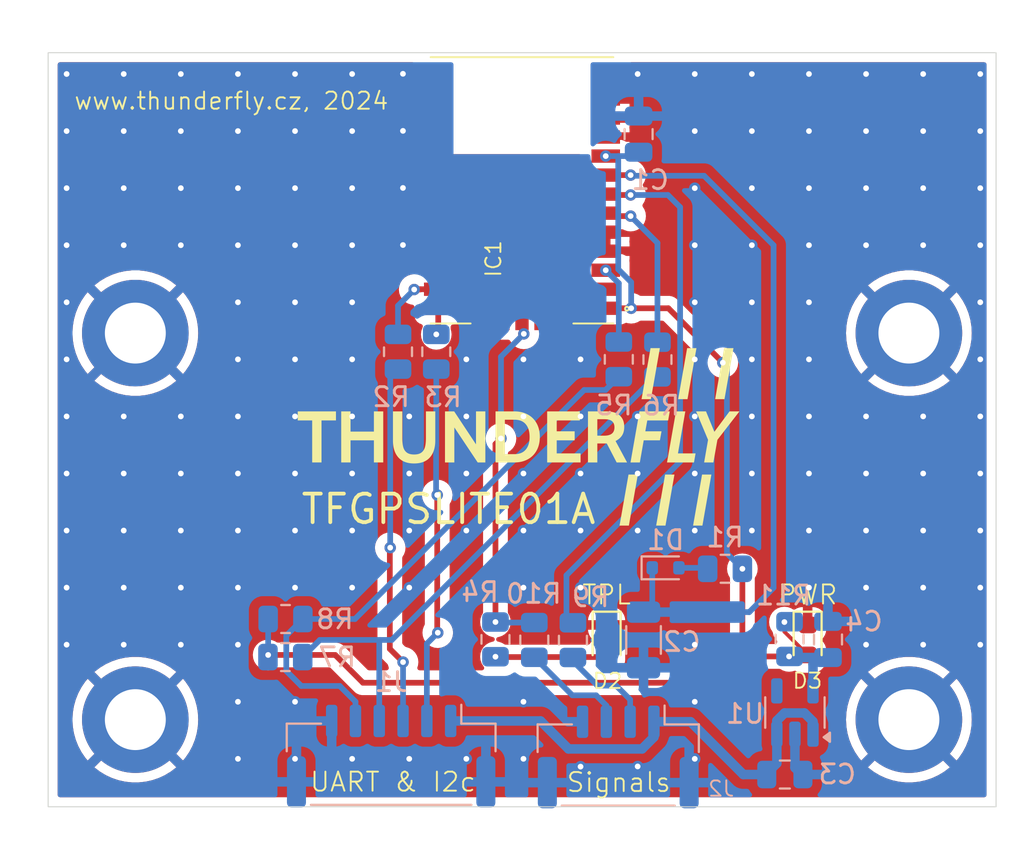
<source format=kicad_pcb>
(kicad_pcb (version 20240108) (generator "pcbnew") (generator_version "8.0")
  (layers (0 "F.Cu" signal) (1 "In1.Cu" signal) (2 "In2.Cu" signal) (31 "B.Cu" signal) (34 "B.Paste" user) (35 "F.Paste" user) (36 "B.SilkS" user "B.Silkscreen") (37 "F.SilkS" user "F.Silkscreen") (38 "B.Mask" user) (39 "F.Mask" user) (44 "Edge.Cuts" user))
  (net 0 "")
  (net 1 "+3V3")
  (net 2 "GND")
  (net 3 "Net-(D1-K)")
  (net 4 "+5V")
  (net 5 "Net-(D1-A)")
  (net 6 "Net-(D2-A)")
  (net 7 "Net-(D3-A)")
  (net 8 "/I2C2.SCL")
  (net 10 "/I2C2.SDA")
  (net 12 "/RF")
  (net 15 "/L_UBX_TX")
  (net 17 "/L_UBX_RX")
  (net 19 "/TPL")
  (net 20 "/EXTINT")
  (net 21 "/TX")
  (net 22 "/RX")
  (net 23 "Net-(J2-Pad2)")
  (net 24 "Net-(J2-Pad3)")
  (net 26 "Net-(IC1-SCL_{slash}_SPI_CLK)")
  (net 27 "Net-(IC1-SDA_{slash}_SPI_CS_N)")
  (footprint "MountingHole:MountingHole_3.2mm_M3_DIN965_Pad" (layer "F.Cu") (at 156.34 99.84)
    (property "Reference" "M4" (hide yes))
    (property "Value" "HOLE")
  )
  (footprint "LED_SMD:LED_0603_1608Metric" (layer "F.Cu") (at 151.02 115.97 -90)
    (property "Reference" "D3")
    (property "Value" "GREEN")
  )
  (footprint "Mlab_IO:CAM-M8Q" (layer "F.Cu") (at 136.0135 98.935 90)
    (property "Reference" "IC1")
    (property "Value" "CAM-M8Q" (hide yes))
  )
  (footprint "MountingHole:MountingHole_3.2mm_M3_DIN965_Pad" (layer "F.Cu") (at 115.7 99.84)
    (property "Reference" "M1" (hide yes))
    (property "Value" "HOLE")
  )
  (footprint "MountingHole:MountingHole_3.2mm_M3_DIN965_Pad" (layer "F.Cu") (at 115.7 120.16)
    (property "Reference" "M3" (hide yes))
    (property "Value" "HOLE")
  )
  (footprint "LED_SMD:LED_0603_1608Metric" (layer "F.Cu") (at 140.46 115.97 -90)
    (property "Reference" "D2")
    (property "Value" "RED")
  )
  (footprint "MountingHole:MountingHole_3.2mm_M3_DIN965_Pad" (layer "F.Cu") (at 156.34 120.16)
    (property "Reference" "M2" (hide yes))
    (property "Value" "HOLE")
  )
  (footprint "Resistor_SMD:R_0805_2012Metric" (layer "B.Cu") (at 129.5 100.82 -90)
    (property "Reference" "R2")
    (property "Value" "220R")
  )
  (footprint "Resistor_SMD:R_0805_2012Metric" (layer "B.Cu") (at 138.69 115.98 90)
    (property "Reference" "R9")
    (property "Value" "220R")
  )
  (footprint "Resistor_SMD:R_0805_2012Metric" (layer "B.Cu") (at 143.13 101.23 90)
    (property "Reference" "R6")
    (property "Value" "220R")
  )
  (footprint "Resistor_SMD:R_0805_2012Metric" (layer "B.Cu") (at 141.1 101.22 90)
    (property "Reference" "R5")
    (property "Value" "220R")
  )
  (footprint "Resistor_SMD:R_0805_2012Metric" (layer "B.Cu") (at 131.51 100.82 -90)
    (property "Reference" "R3")
    (property "Value" "220R")
  )
  (footprint "Resistor_SMD:R_0805_2012Metric" (layer "B.Cu") (at 146.68 112.23 180)
    (property "Reference" "R1")
    (property "Value" "R_Small")
  )
  (footprint "Package_TO_SOT_SMD:SOT-23-5" (layer "B.Cu") (at 150.3525 119.785 90)
    (property "Reference" "U1")
    (property "Value" "MIC5504-3.3YM5")
  )
  (footprint "Capacitor_SMD:C_0805_2012Metric" (layer "B.Cu") (at 142.14 89.38 90)
    (property "Reference" "C1")
    (property "Value" "1u")
  )
  (footprint "Resistor_SMD:R_0805_2012Metric" (layer "B.Cu") (at 136.66 115.97 90)
    (property "Reference" "R10")
    (property "Value" "220R")
  )
  (footprint "Resistor_SMD:R_0805_2012Metric" (layer "B.Cu") (at 123.58 116.87)
    (property "Reference" "R7")
    (property "Value" "R_Small")
  )
  (footprint "Resistor_SMD:R_0805_2012Metric" (layer "B.Cu") (at 134.62 115.94 -90)
    (property "Reference" "R4")
    (property "Value" "1k")
  )
  (footprint "Capacitor_SMD:C_0805_2012Metric" (layer "B.Cu") (at 152.09 115.945 90)
    (property "Reference" "C4")
    (property "Value" "100n")
  )
  (footprint "Diode_SMD:D_SOD-523" (layer "B.Cu") (at 143.5575 112.18)
    (property "Reference" "D1")
    (property "Value" "BZX585-B5V6.115")
  )
  (footprint "Capacitor_SMD:C_0805_2012Metric" (layer "B.Cu") (at 149.8225 123.045)
    (property "Reference" "C3")
    (property "Value" "100n")
  )
  (footprint "Connector_JST:JST_GH_SM06B-GHS-TB_1x06-1MP_P1.25mm_Horizontal" (layer "B.Cu") (at 129.14 122.08 180)
    (property "Reference" "J1")
    (property "Value" "SM06B-GHS-TB")
  )
  (footprint "Resistor_SMD:R_0805_2012Metric" (layer "B.Cu") (at 123.59 114.87)
    (property "Reference" "R8")
    (property "Value" "R_Small")
  )
  (footprint "Connector_JST:JST_GH_SM04B-GHS-TB_1x04-1MP_P1.25mm_Horizontal" (layer "B.Cu") (at 141.07 122.12 180)
    (property "Reference" "J2")
    (property "Value" "SM04B-GHS-TB")
  )
  (footprint "Resistor_SMD:R_1206_3216Metric" (layer "B.Cu") (at 142.4 115.97 -90)
    (property "Reference" "C2")
    (property "Value" "C")
  )
  (footprint "Resistor_SMD:R_0805_2012Metric" (layer "B.Cu") (at 150.07 115.925 90)
    (property "Reference" "R11")
    (property "Value" "1k")
  )
  (gr_poly (pts (xy 126.240428 104.43133) (xy 125.481377 104.43133) (xy 125.481377 106.639387) (xy 124.990684 106.639387) (xy 124.990684 104.43133) (xy 124.231662 104.43133) (xy 124.231662 103.955956) (xy 126.240428 103.955956)) (stroke (width -0.000001)) (fill solid) (layer "F.SilkS"))
  (gr_poly (pts (xy 140.513954 103.956758) (xy 140.565475 103.959164) (xy 140.615578 103.963173) (xy 140.664263 103.968786) (xy 140.711531 103.976002) (xy 140.757378 103.984821) (xy 140.801807 103.995242) (xy 140.844814 104.007267) (xy 140.8864 104.020894) (xy 140.926564 104.036123) (xy 140.965305 104.052953) (xy 141.002623 104.071386) (xy 141.038516 104.09142) (xy 141.072985 104.113056) (xy 141.106028 104.136293) (xy 141.137644 104.16113) (xy 141.167595 104.187528) (xy 141.195612 104.215469) (xy 141.221697 104.244955) (xy 141.245848 104.275985) (xy 141.268067 104.308558) (xy 141.288353 104.342675) (xy 141.306706 104.378335) (xy 141.323127 104.415538) (xy 141.337616 104.454284) (xy 141.350173 104.494572) (xy 141.360797 104.536402) (xy 141.36949 104.579774) (xy 141.37625 104.624688) (xy 141.381079 104.671143) (xy 141.383976 104.71914) (xy 141.384942 104.768677) (xy 141.384477 104.803265) (xy 141.383081 104.837058) (xy 141.380755 104.870056) (xy 141.377499 104.902261) (xy 141.373314 104.933671) (xy 141.3682 104.964287) (xy 141.362157 104.99411) (xy 141.355186 105.023138) (xy 141.347288 105.051372) (xy 141.338462 105.078813) (xy 141.328709 105.105459) (xy 141.31803 105.131312) (xy 141.306425 105.156371) (xy 141.293894 105.180637) (xy 141.280437 105.204109) (xy 141.266056 105.226788) (xy 141.250799 105.248784) (xy 141.234766 105.270228) (xy 141.217957 105.291119) (xy 141.200371 105.311457) (xy 141.18201 105.331243) (xy 141.162871 105.350474) (xy 141.142956 105.369153) (xy 141.122264 105.387278) (xy 141.100795 105.404848) (xy 141.078548 105.421865) (xy 141.055524 105.438328) (xy 141.031722 105.454236) (xy 141.007141 105.469589) (xy 140.981783 105.484387) (xy 140.955646 105.498631) (xy 140.92873 105.512319) (xy 141.534449 106.639387) (xy 140.986163 106.639387) (xy 140.468637 105.642684) (xy 139.970374 105.642684) (xy 139.970374 106.639387) (xy 139.479659 106.639387) (xy 139.479659 105.232524) (xy 139.970376 105.232524) (xy 140.330631 105.232524) (xy 140.396094 105.230816) (xy 140.457331 105.225693) (xy 140.514344 105.217154) (xy 140.567132 105.205201) (xy 140.591942 105.197944) (xy 140.615696 105.189834) (xy 140.638394 105.18087) (xy 140.660036 105.171052) (xy 140.680622 105.160382) (xy 140.700152 105.148857) (xy 140.718626 105.13648) (xy 140.736044 105.123249) (xy 140.752406 105.109165) (xy 140.767713 105.094228) (xy 140.781964 105.078437) (xy 140.795159 105.061794) (xy 140.807298 105.044297) (xy 140.818381 105.025947) (xy 140.828409 105.006745) (xy 140.837381 104.986689) (xy 140.845298 104.965781) (xy 140.852159 104.94402) (xy 140.857964 104.921406) (xy 140.862714 104.897939) (xy 140.866408 104.873619) (xy 140.869046 104.848447) (xy 140.87063 104.822422) (xy 140.871157 104.795545) (xy 140.870678 104.769586) (xy 140.869239 104.74442) (xy 140.866842 104.720047) (xy 140.863487 104.696468) (xy 140.859173 104.673681) (xy 140.853901 104.651688) (xy 140.847671 104.630489) (xy 140.840484 104.610083) (xy 140.832339 104.590471) (xy 140.823237 104.571654) (xy 140.813178 104.55363) (xy 140.802162 104.5364) (xy 140.79019 104.519965) (xy 140.777261 104.504325) (xy 140.763376 104.489479) (xy 140.748535 104.475428) (xy 140.732602 104.462196) (xy 140.715471 104.449819) (xy 140.697142 104.438294) (xy 140.677614 104.427623) (xy 140.656887 104.417806) (xy 140.634962 104.408841) (xy 140.611839 104.400731) (xy 140.587517 104.393474) (xy 140.561998 104.38707) (xy 140.53528 104.381521) (xy 140.507365 104.376824) (xy 140.478252 104.372982) (xy 140.447942 104.369994) (xy 140.416434 104.367859) (xy 140.383728 104.366578) (xy 140.349825 104.366151) (xy 139.970376 104.366151) (xy 139.970376 105.232524) (xy 139.479659 105.232524) (xy 139.479659 103.955956) (xy 140.461018 103.955956)) (stroke (width -0.000001)) (fill solid) (layer "F.SilkS"))
  (gr_poly (pts (xy 143.692603 104.43133) (xy 142.596171 104.43133) (xy 142.492736 105.002527) (xy 143.34378 105.002527) (xy 143.259396 105.477867) (xy 142.408351 105.477867) (xy 142.205223 106.639387) (xy 141.714507 106.639387) (xy 142.186102 103.955956) (xy 143.776917 103.955956)) (stroke (width -0.000001)) (fill solid) (layer "F.SilkS"))
  (gr_poly (pts (xy 139.053366 104.43133) (xy 137.838186 104.43133) (xy 137.838186 105.002527) (xy 138.781231 105.002527) (xy 138.781231 105.477867) (xy 137.838186 105.477867) (xy 137.838186 106.164076) (xy 139.091818 106.164076) (xy 139.091818 106.639387) (xy 137.336041 106.639387) (xy 137.336041 103.955956) (xy 139.053366 103.955956)) (stroke (width -0.000001)) (fill solid) (layer "F.SilkS"))
  (gr_poly (pts (xy 133.597445 105.688708) (xy 133.597445 103.955956) (xy 134.088088 103.955956) (xy 134.088088 106.639387) (xy 133.685569 106.639387) (xy 132.45889 104.799404) (xy 132.45889 106.639387) (xy 131.968247 106.639387) (xy 131.968247 103.955956) (xy 132.4512 103.955956)) (stroke (width -0.000001)) (fill solid) (layer "F.SilkS"))
  (gr_poly (pts (xy 146.118583 105.029317) (xy 146.916001 103.955956) (xy 147.437336 103.955956) (xy 146.279659 105.451077) (xy 146.068699 106.639387) (xy 145.581938 106.639387) (xy 145.788947 105.451077) (xy 145.788949 105.451077) (xy 145.160227 103.955956) (xy 145.681632 103.955956)) (stroke (width -0.000001)) (fill solid) (layer "F.SilkS"))
  (gr_poly (pts (xy 145.492547 109.959386) (xy 145.001904 109.959386) (xy 145.473426 107.275932) (xy 145.96414 107.275932)) (stroke (width -0.000001)) (fill solid) (layer "F.SilkS"))
  (gr_poly (pts (xy 143.551705 109.959386) (xy 143.061061 109.959386) (xy 143.532585 107.275932) (xy 144.0233 107.275932)) (stroke (width -0.000001)) (fill solid) (layer "F.SilkS"))
  (gr_poly (pts (xy 135.675064 103.956585) (xy 135.722013 103.958473) (xy 135.768317 103.961619) (xy 135.813978 103.966023) (xy 135.858995 103.971686) (xy 135.903369 103.978607) (xy 135.947099 103.986787) (xy 135.990187 103.996225) (xy 136.032633 104.006922) (xy 136.074436 104.018877) (xy 136.115597 104.03209) (xy 136.156117 104.046562) (xy 136.195996 104.062292) (xy 136.235234 104.079281) (xy 136.273831 104.097528) (xy 136.311788 104.117034) (xy 136.348882 104.13771) (xy 136.384942 104.159496) (xy 136.419969 104.182392) (xy 136.453963 104.206396) (xy 136.486924 104.231509) (xy 136.518851 104.257731) (xy 136.549746 104.285061) (xy 136.579608 104.313499) (xy 136.608437 104.343044) (xy 136.636234 104.373697) (xy 136.662998 104.405457) (xy 136.68873 104.438323) (xy 136.713429 104.472296) (xy 136.737097 104.507376) (xy 136.759732 104.543561) (xy 136.781335 104.580851) (xy 136.801763 104.619148) (xy 136.820874 104.65831) (xy 136.838666 104.69834) (xy 136.855141 104.739236) (xy 136.870298 104.781) (xy 136.884136 104.823631) (xy 136.896657 104.867129) (xy 136.90786 104.911496) (xy 136.917744 104.95673) (xy 136.926311 105.002834) (xy 136.93356 105.049805) (xy 136.939491 105.097646) (xy 136.944104 105.146356) (xy 136.947399 105.195935) (xy 136.949376 105.246384) (xy 136.950035 105.297703) (xy 136.949376 105.349009) (xy 136.947399 105.39945) (xy 136.944104 105.449026) (xy 136.939491 105.497735) (xy 136.93356 105.545577) (xy 136.926311 105.592553) (xy 136.917744 105.638662) (xy 136.90786 105.683903) (xy 136.896657 105.728276) (xy 136.884136 105.771781) (xy 136.870298 105.814417) (xy 136.855141 105.856185) (xy 136.838666 105.897084) (xy 136.820874 105.937113) (xy 136.801763 105.976272) (xy 136.781335 106.014561) (xy 136.759732 106.051869) (xy 136.737097 106.088067) (xy 136.71343 106.123155) (xy 136.688731 106.157133) (xy 136.662999 106.190001) (xy 136.636235 106.22176) (xy 136.608438 106.25241) (xy 136.579609 106.281951) (xy 136.549747 106.310383) (xy 136.518852 106.337706) (xy 136.486924 106.363921) (xy 136.453963 106.389028) (xy 136.419969 106.413027) (xy 136.384942 106.435919) (xy 136.348882 106.457703) (xy 136.311788 106.478379) (xy 136.273831 106.497887) (xy 136.235234 106.516135) (xy 136.195996 106.533122) (xy 136.156117 106.548849) (xy 136.115597 106.563316) (xy 136.074436 106.576523) (xy 136.032633 106.588471) (xy 135.990187 106.599161) (xy 135.947099 106.608591) (xy 135.903369 106.616763) (xy 135.858995 106.623677) (xy 135.813978 106.629333) (xy 135.768317 106.633732) (xy 135.722013 106.636874) (xy 135.675064 106.638758) (xy 135.62747 106.639387) (xy 134.623182 106.639387) (xy 134.623182 106.202387) (xy 135.113825 106.202387) (xy 135.62747 106.202387) (xy 135.674675 106.201452) (xy 135.720458 106.198646) (xy 135.764818 106.19397) (xy 135.807757 106.187422) (xy 135.849273 106.179003) (xy 135.889368 106.168711) (xy 135.92804 106.156547) (xy 135.96529 106.14251) (xy 136.001118 106.1266) (xy 136.035523 106.108816) (xy 136.068507 106.089159) (xy 136.100068 106.067626) (xy 136.130208 106.044219) (xy 136.158925 106.018937) (xy 136.18622 105.991779) (xy 136.212094 105.962746) (xy 136.236457 105.932081) (xy 136.259252 105.899962) (xy 136.280476 105.866387) (xy 136.30013 105.831358) (xy 136.318214 105.794874) (xy 136.334726 105.756937) (xy 136.349668 105.717547) (xy 136.363038 105.676703) (xy 136.374836 105.634407) (xy 136.385062 105.590659) (xy 136.393716 105.54546) (xy 136.400797 105.498809) (xy 136.406305 105.450708) (xy 136.410239 105.401156) (xy 136.4126 105.350154) (xy 136.413387 105.297703) (xy 136.4126 105.245238) (xy 136.410239 105.194226) (xy 136.406305 105.144666) (xy 136.400797 105.096558) (xy 136.393716 105.049903) (xy 136.385062 105.0047) (xy 136.374836 104.96095) (xy 136.363038 104.918653) (xy 136.349668 104.877808) (xy 136.334726 104.838416) (xy 136.318214 104.800478) (xy 136.30013 104.763992) (xy 136.280476 104.72896) (xy 136.259252 104.695381) (xy 136.236457 104.663255) (xy 136.212094 104.632583) (xy 136.18622 104.603586) (xy 136.158925 104.576457) (xy 136.130208 104.551198) (xy 136.100068 104.527807) (xy 136.068507 104.506286) (xy 136.035523 104.486635) (xy 136.001118 104.468853) (xy 135.96529 104.452942) (xy 135.92804 104.438902) (xy 135.889368 104.426732) (xy 135.849273 104.416434) (xy 135.807757 104.408008) (xy 135.764818 104.401453) (xy 135.720458 104.396771) (xy 135.674675 104.393962) (xy 135.62747 104.393025) (xy 135.113825 104.393025) (xy 135.113825 106.202387) (xy 134.623182 106.202387) (xy 134.623182 103.955956) (xy 135.62747 103.955956)) (stroke (width -0.000001)) (fill solid) (layer "F.SilkS"))
  (gr_poly (pts (xy 142.786105 103.313899) (xy 142.295461 103.313899) (xy 142.766915 100.63046) (xy 143.257629 100.63046)) (stroke (width -0.000001)) (fill solid) (layer "F.SilkS"))
  (gr_poly (pts (xy 146.651702 103.313899) (xy 146.161059 103.313899) (xy 146.632511 100.63046) (xy 147.123297 100.63046)) (stroke (width -0.000001)) (fill solid) (layer "F.SilkS"))
  (gr_poly (pts (xy 141.628996 109.959386) (xy 141.138351 109.959386) (xy 141.609875 107.275932) (xy 142.10052 107.275932)) (stroke (width -0.000001)) (fill solid) (layer "F.SilkS"))
  (gr_poly (pts (xy 144.708462 103.313899) (xy 144.217747 103.313899) (xy 144.689341 100.63046) (xy 145.179986 100.63046)) (stroke (width -0.000001)) (fill solid) (layer "F.SilkS"))
  (gr_poly (pts (xy 129.724934 105.362882) (xy 129.725711 105.431383) (xy 129.728044 105.496944) (xy 129.731933 105.559565) (xy 129.737379 105.619246) (xy 129.744381 105.675987) (xy 129.75294 105.729789) (xy 129.763057 105.780652) (xy 129.774732 105.828577) (xy 129.781296 105.851509) (xy 129.788534 105.873794) (xy 129.796447 105.895432) (xy 129.805035 105.916424) (xy 129.814297 105.93677) (xy 129.824234 105.956471) (xy 129.834846 105.975526) (xy 129.846133 105.993936) (xy 129.858094 106.011703) (xy 129.870731 106.028825) (xy 129.884043 106.045303) (xy 129.89803 106.061138) (xy 129.912692 106.07633) (xy 129.928029 106.09088) (xy 129.944042 106.104788) (xy 129.96073 106.118053) (xy 129.978172 106.130579) (xy 129.996499 106.142297) (xy 130.01571 106.153209) (xy 130.035807 106.163313) (xy 130.056788 106.172611) (xy 130.078655 106.1811) (xy 130.101408 106.188782) (xy 130.125045 106.195656) (xy 130.149568 106.201722) (xy 130.174977 106.206979) (xy 130.201272 106.211429) (xy 130.228452 106.215069) (xy 130.256518 106.217901) (xy 130.285471 106.219924) (xy 130.315309 106.221138) (xy 130.346034 106.221543) (xy 130.37671 106.221138) (xy 130.406507 106.219924) (xy 130.435425 106.217901) (xy 130.463464 106.215069) (xy 130.490622 106.211429) (xy 130.5169 106.206979) (xy 130.542296 106.201722) (xy 130.566811 106.195656) (xy 130.590443 106.188782) (xy 130.613193 106.1811) (xy 130.63506 106.172611) (xy 130.656043 106.163313) (xy 130.676141 106.153209) (xy 130.695355 106.142297) (xy 130.713683 106.130579) (xy 130.731126 106.118053) (xy 130.747803 106.104788) (xy 130.763808 106.09088) (xy 130.779141 106.076331) (xy 130.793801 106.061138) (xy 130.807788 106.045303) (xy 130.821102 106.028825) (xy 130.833742 106.011703) (xy 130.845708 105.993937) (xy 130.856999 105.975526) (xy 130.867615 105.956471) (xy 130.877555 105.93677) (xy 130.886819 105.916424) (xy 130.895408 105.895432) (xy 130.903319 105.873794) (xy 130.910553 105.851509) (xy 130.91711 105.828577) (xy 130.928791 105.780653) (xy 130.938913 105.729789) (xy 130.947475 105.675987) (xy 130.954478 105.619246) (xy 130.959924 105.559565) (xy 130.963813 105.496945) (xy 130.966146 105.431384) (xy 130.966923 105.362882) (xy 130.966923 103.955956) (xy 131.457566 103.955956) (xy 131.457566 105.489388) (xy 131.456473 105.558872) (xy 131.453194 105.626455) (xy 131.44773 105.692137) (xy 131.440079 105.755918) (xy 131.430244 105.817798) (xy 131.418223 105.877777) (xy 131.404018 105.935854) (xy 131.387628 105.99203) (xy 131.369053 106.046305) (xy 131.348295 106.098679) (xy 131.325352 106.149151) (xy 131.300225 106.197722) (xy 131.272915 106.244391) (xy 131.243421 106.289159) (xy 131.211744 106.332025) (xy 131.177884 106.37299) (xy 131.141818 106.411743) (xy 131.103629 106.447996) (xy 131.063316 106.481748) (xy 131.02088 106.513001) (xy 130.976321 106.541754) (xy 130.929639 106.568007) (xy 130.880833 106.591759) (xy 130.829904 106.613012) (xy 130.776852 106.631764) (xy 130.721676 106.648017) (xy 130.664377 106.661769) (xy 130.604955 106.67302) (xy 130.54341 106.681772) (xy 130.479741 106.688023) (xy 130.413949 106.691773) (xy 130.346034 106.693024) (xy 130.278081 106.691773) (xy 130.212254 106.688023) (xy 130.148555 106.681772) (xy 130.086983 106.67302) (xy 130.027538 106.661769) (xy 129.97022 106.648017) (xy 129.91503 106.631764) (xy 129.861967 106.613012) (xy 129.811031 106.591759) (xy 129.762223 106.568007) (xy 129.715544 106.541754) (xy 129.670992 106.513001) (xy 129.628567 106.481748) (xy 129.588271 106.447996) (xy 129.550104 106.411743) (xy 129.514064 106.37299) (xy 129.480178 106.332025) (xy 129.44848 106.289159) (xy 129.418968 106.244391) (xy 129.391643 106.197722) (xy 129.366504 106.149151) (xy 129.343553 106.098679) (xy 129.322787 106.046305) (xy 129.304208 105.99203) (xy 129.287815 105.935854) (xy 129.273608 105.877777) (xy 129.261588 105.817798) (xy 129.251753 105.755918) (xy 129.244103 105.692137) (xy 129.23864 105.626455) (xy 129.235362 105.558872) (xy 129.234269 105.489388) (xy 129.234269 103.955956) (xy 129.724934 103.955956)) (stroke (width -0.000001)) (fill solid) (layer "F.SilkS"))
  (gr_poly (pts (xy 127.006259 105.017823) (xy 128.232902 105.017823) (xy 128.232902 103.955956) (xy 128.723651 103.955956) (xy 128.723651 106.639387) (xy 128.232902 106.639387) (xy 128.232902 105.477867) (xy 127.006259 105.477867) (xy 127.006259 106.639387) (xy 126.515623 106.639387) (xy 126.515623 103.955956) (xy 127.006259 103.955956)) (stroke (width -0.000001)) (fill solid) (layer "F.SilkS"))
  (gr_poly (pts (xy 144.207166 106.164076) (xy 145.133277 106.164076) (xy 145.048965 106.639387) (xy 143.632211 106.639387) (xy 144.103803 103.955956) (xy 144.594445 103.955956)) (stroke (width -0.000001)) (fill solid) (layer "F.SilkS"))
  (gr_rect (start 111.12 85.1) (end 160.92 124.74) (stroke (width 0.05)) (fill none) (layer "Edge.Cuts"))
  (gr_text "UART & I2c" (at 124.81 124.02 0) (layer "F.SilkS") (effects (font (size 1 1) (thickness 0.1)) (justify left bottom)))
  (gr_text "TPL" (at 140.46 114.18 0) (layer "F.SilkS") (effects (font (size 1 1) (thickness 0.1)) (justify bottom)))
  (gr_text "TFGPSLITE01A" (at 124.310428 109.97133 0) (layer "F.SilkS") (effects (font (size 1.5 1.5) (thickness 0.2)) (justify left bottom)))
  (gr_text "www.thunderfly.cz, 2024" (at 112.43 88.16 0) (layer "F.SilkS") (effects (font (size 0.9 0.9) (thickness 0.1)) (justify left bottom)))
  (gr_text "PWR\n" (at 151.02 114.18 0) (layer "F.SilkS") (effects (font (size 1 1) (thickness 0.1)) (justify bottom)))
  (gr_text "Signals" (at 138.29 124.04 0) (layer "F.SilkS") (effects (font (size 1 1) (thickness 0.1)) (justify left bottom)))
  (segment (start 150.045001 116.8375) (end 147.66 116.8375) (width 0.3) (layer "F.Cu") (net 1))
  (segment (start 147.5925 117.5875) (end 147.59 117.59) (width 0.3) (layer "F.Cu") (net 1))
  (segment (start 147.5925 116.77) (end 147.5925 117.5875) (width 0.3) (layer "F.Cu") (net 1))
  (segment (start 146.96 118.22) (end 147.59 117.59) (width 0.3) (layer "F.Cu") (net 1))
  (segment (start 141.765 98.52) (end 141.75 98.535) (width 0.3) (layer "F.Cu") (net 1))
  (segment (start 147.5925 112.23) (end 147.5925 116.77) (width 0.3) (layer "F.Cu") (net 1))
  (segment (start 126.2 116.76) (end 127.66 118.22) (width 0.3) (layer "F.Cu") (net 1))
  (segment (start 146.565 101.395) (end 143.705 98.535) (width 0.3) (layer "F.Cu") (net 1))
  (segment (start 147.66 116.8375) (end 147.5925 116.77) (width 0.3) (layer "F.Cu") (net 1))
  (segment (start 141.75 98.535) (end 140.4135 98.535) (width 0.3) (layer "F.Cu") (net 1))
  (segment (start 143.705 98.535) (end 141.75 98.535) (width 0.3) (layer "F.Cu") (net 1))
  (segment (start 127.66 118.22) (end 146.96 118.22) (width 0.3) (layer "F.Cu") (net 1))
  (segment (start 122.6775 116.76) (end 126.2 116.76) (width 0.3) (layer "F.Cu") (net 1))
  (via (at 150.045001 116.8375) (size 0.6) (drill 0.3) (layers "F.Cu" "B.Cu") (net 1))
  (via (at 140.4135 90.535) (size 0.6) (drill 0.3) (layers "F.Cu" "B.Cu") (net 1))
  (via (at 147.5925 112.23) (size 0.6) (drill 0.3) (layers "F.Cu" "B.Cu") (net 1))
  (via (at 146.565 101.395) (size 0.6) (drill 0.3) (layers "F.Cu" "B.Cu") (net 1))
  (via (at 122.6775 116.76) (size 0.6) (drill 0.3) (layers "F.Cu" "B.Cu") (net 1))
  (via (at 141.75 98.535) (size 0.6) (drill 0.3) (layers "F.Cu" "B.Cu") (net 1))
  (segment (start 122.6775 114.87) (end 122.6775 116.76) (width 0.3) (layer "B.Cu") (net 1))
  (segment (start 122.6675 116.77) (end 122.6775 116.76) (width 0.3) (layer "B.Cu") (net 1))
  (segment (start 141.75 97.164394) (end 141.07 96.484394) (width 0.3) (layer "B.Cu") (net 1))
  (segment (start 151.3025 117.245) (end 151.6525 116.895) (width 0.5) (layer "B.Cu") (net 1))
  (segment (start 142.14 90.33) (end 141.9 90.33) (width 0.3) (layer "B.Cu") (net 1))
  (segment (start 151.6525 116.895) (end 149.69 116.895) (width 0.5) (layer "B.Cu") (net 1))
  (segment (start 141.9 90.33) (end 141.64 90.59) (width 0.3) (layer "B.Cu") (net 1))
  (segment (start 146.78 101.61) (end 146.78 111.4175) (width 0.3) (layer "B.Cu") (net 1))
  (segment (start 122.6675 116.87) (end 122.6675 116.77) (width 0.3) (layer "B.Cu") (net 1))
  (segment (start 141.75 98.535) (end 141.75 97.164394) (width 0.3) (layer "B.Cu") (net 1))
  (segment (start 141.9 90.33) (end 141.695 90.535) (width 0.3) (layer "B.Cu") (net 1))
  (segment (start 141.695 90.535) (end 141.07 90.535) (width 0.3) (layer "B.Cu") (net 1))
  (segment (start 146.78 111.4175) (end 147.5925 112.23) (width 0.3) (layer "B.Cu") (net 1))
  (segment (start 140.4135 90.535) (end 141.07 90.535) (width 0.3) (layer "B.Cu") (net 1))
  (segment (start 149.69 116.895) (end 149.6325 116.8375) (width 0.5) (layer "B.Cu") (net 1))
  (segment (start 146.565 101.395) (end 146.78 101.61) (width 0.3) (layer "B.Cu") (net 1))
  (segment (start 141.07 96.484394) (end 141.07 90.535) (width 0.3) (layer "B.Cu") (net 1))
  (segment (start 151.3025 118.6475) (end 151.3025 117.245) (width 0.5) (layer "B.Cu") (net 1))
  (via (at 127.09 86.22) (size 0.6) (drill 0.3) (layers "F.Cu" "B.Cu") (net 2))
  (via (at 151.09 89.22) (size 0.6) (drill 0.3) (layers "F.Cu" "B.Cu") (net 2))
  (via (at 115.09 110.22) (size 0.6) (drill 0.3) (layers "F.Cu" "B.Cu") (net 2))
  (via (at 154.09 95.22) (size 0.6) (drill 0.3) (layers "F.Cu" "B.Cu") (net 2))
  (via (at 121.09 113.22) (size 0.6) (drill 0.3) (layers "F.Cu" "B.Cu") (net 2))
  (via (at 139.09 113.22) (size 0.6) (drill 0.3) (layers "F.Cu" "B.Cu") (net 2))
  (via (at 112.09 110.22) (size 0.6) (drill 0.3) (layers "F.Cu" "B.Cu") (net 2))
  (via (at 148.09 92.22) (size 0.6) (drill 0.3) (layers "F.Cu" "B.Cu") (net 2))
  (via (at 121.09 122.22) (size 0.6) (drill 0.3) (layers "F.Cu" "B.Cu") (net 2))
  (via (at 127.09 95.22) (size 0.6) (drill 0.3) (layers "F.Cu" "B.Cu") (net 2))
  (via (at 139.09 104.22) (size 0.6) (drill 0.3) (layers "F.Cu" "B.Cu") (net 2))
  (via (at 154.09 107.22) (size 0.6) (drill 0.3) (layers "F.Cu" "B.Cu") (net 2))
  (via (at 121.09 95.22) (size 0.6) (drill 0.3) (layers "F.Cu" "B.Cu") (net 2))
  (via (at 145.09 86.22) (size 0.6) (drill 0.3) (layers "F.Cu" "B.Cu") (net 2))
  (via (at 112.09 101.22) (size 0.6) (drill 0.3) (layers "F.Cu" "B.Cu") (net 2))
  (via (at 145.09 92.22) (size 0.6) (drill 0.3) (layers "F.Cu" "B.Cu") (net 2))
  (via (at 127.09 104.22) (size 0.6) (drill 0.3) (layers "F.Cu" "B.Cu") (net 2))
  (via (at 130.09 122.22) (size 0.6) (drill 0.3) (layers "F.Cu" "B.Cu") (net 2))
  (via (at 151.09 98.22) (size 0.6) (drill 0.3) (layers "F.Cu" "B.Cu") (net 2))
  (via (at 124.09 92.22) (size 0.6) (drill 0.3) (layers "F.Cu" "B.Cu") (net 2))
  (via (at 127.09 89.22) (size 0.6) (drill 0.3) (layers "F.Cu" "B.Cu") (net 2))
  (via (at 121.09 104.22) (size 0.6) (drill 0.3) (layers "F.Cu" "B.Cu") (net 2))
  (via (at 136.09 119.22) (size 0.6) (drill 0.3) (layers "F.Cu" "B.Cu") (net 2))
  (via (at 157.09 92.22) (size 0.6) (drill 0.3) (layers "F.Cu" "B.Cu") (net 2))
  (via (at 148.09 86.22) (size 0.6) (drill 0.3) (layers "F.Cu" "B.Cu") (net 2))
  (via (at 145.09 89.22) (size 0.6) (drill 0.3) (layers "F.Cu" "B.Cu") (net 2))
  (via (at 148.09 101.22) (size 0.6) (drill 0.3) (layers "F.Cu" "B.Cu") (net 2))
  (via (at 142.09 110.22) (size 0.6) (drill 0.3) (layers "F.Cu" "B.Cu") (net 2))
  (via (at 112.09 116.22) (size 0.6) (drill 0.3) (layers "F.Cu" "B.Cu") (net 2))
  (via (at 112.09 107.22) (size 0.6) (drill 0.3) (layers "F.Cu" "B.Cu") (net 2))
  (via (at 148.09 95.22) (size 0.6) (drill 0.3) (layers "F.Cu" "B.Cu") (net 2))
  (via (at 145.09 116.22) (size 0.6) (drill 0.3) (layers "F.Cu" "B.Cu") (net 2))
  (via (at 124.09 104.22) (size 0.6) (drill 0.3) (layers "F.Cu" "B.Cu") (net 2))
  (via (at 136.09 122.22) (size 0.6) (drill 0.3) (layers "F.Cu" "B.Cu") (net 2))
  (via (at 154.09 113.22) (size 0.6) (drill 0.3) (layers "F.Cu" "B.Cu") (net 2))
  (via (at 118.09 86.22) (size 0.6) (drill 0.3) (layers "F.Cu" "B.Cu") (net 2))
  (via (at 136.09 101.22) (size 0.6) (drill 0.3) (layers "F.Cu" "B.Cu") (net 2))
  (via (at 154.09 116.22) (size 0.6) (drill 0.3) (layers "F.Cu" "B.Cu") (net 2))
  (via (at 160.09 110.22) (size 0.6) (drill 0.3) (layers "F.Cu" "B.Cu") (net 2))
  (via (at 136.09 107.22) (size 0.6) (drill 0.3) (layers "F.Cu" "B.Cu") (net 2))
  (via (at 127.09 101.22) (size 0.6) (drill 0.3) (layers "F.Cu" "B.Cu") (net 2))
  (via (at 145.09 104.22) (size 0.6) (drill 0.3) (layers "F.Cu" "B.Cu") (net 2))
  (via (at 148.09 110.22) (size 0.6) (drill 0.3) (layers "F.Cu" "B.Cu") (net 2))
  (via (at 142.09 104.22) (size 0.6) (drill 0.3) (layers "F.Cu" "B.Cu") (net 2))
  (via (at 151.09 86.22) (size 0.6) (drill 0.3) (layers "F.Cu" "B.Cu") (net 2))
  (via (at 148.09 104.22) (size 0.6) (drill 0.3) (layers "F.Cu" "B.Cu") (net 2))
  (via (at 139.09 110.22) (size 0.6) (drill 0.3) (layers "F.Cu" "B.Cu") (net 2))
  (via (at 157.09 113.22) (size 0.6) (drill 0.3) (layers "F.Cu" "B.Cu") (net 2))
  (via (at 160.09 86.22) (size 0.6) (drill 0.3) (layers "F.Cu" "B.Cu") (net 2))
  (via (at 127.09 122.22) (size 0.6) (drill 0.3) (layers "F.Cu" "B.Cu") (net 2))
  (via (at 118.09 113.22) (size 0.6) (drill 0.3) (layers "F.Cu" "B.Cu") (net 2))
  (via (at 124.09 113.22) (size 0.6) (drill 0.3) (layers "F.Cu" "B.Cu") (net 2))
  (via (at 136.09 104.22) (size 0.6) (drill 0.3) (layers "F.Cu" "B.Cu") (net 2))
  (via (at 118.09 95.22) (size 0.6) (drill 0.3) (layers "F.Cu" "B.Cu") (net 2))
  (via (at 124.09 95.22) (size 0.6) (drill 0.3) (layers "F.Cu" "B.Cu") (net 2))
  (via (at 157.09 86.22) (size 0.6) (drill 0.3) (layers "F.Cu" "B.Cu") (net 2))
  (via (at 129.76 89.21) (size 0.6) (drill 0.3) (layers "F.Cu" "B.Cu") (net 2))
  (via (at 121.09 92.22) (size 0.6) (drill 0.3) (layers "F.Cu" "B.Cu") (net 2))
  (via (at 160.09 89.22) (size 0.6) (drill 0.3) (layers "F.Cu" "B.Cu") (net 2))
  (via (at 133.09 107.22) (size 0.6) (drill 0.3) (layers "F.Cu" "B.Cu") (net 2))
  (via (at 124.09 110.22) (size 0.6) (drill 0.3) (layers "F.Cu" "B.Cu") (net 2))
  (via (at 112.09 104.22) (size 0.6) (drill 0.3) (layers "F.Cu" "B.Cu") (net 2))
  (via (at 139.09 122.63) (size 0.6) (drill 0.3) (layers "F.Cu" "B.Cu") (net 2))
  (via (at 121.09 107.22) (size 0.6) (drill 0.3) (layers "F.Cu" "B.Cu") (net 2))
  (via (at 124.09 89.22) (size 0.6) (drill 0.3) (layers "F.Cu" "B.Cu") (net 2))
  (via (at 121.09 98.22) (size 0.6) (drill 0.3) (layers "F.Cu" "B.Cu") (net 2))
  (via (at 136.09 110.22) (size 0.6) (drill 0.3) (layers "F.Cu" "B.Cu") (net 2))
  (via (at 151.09 113.22) (size 0.6) (drill 0.3) (layers "F.Cu" "B.Cu") (net 2))
  (via (at 115.09 92.22) (size 0.6) (drill 0.3) (layers "F.Cu" "B.Cu") (net 2))
  (via (at 148.09 107.22) (size 0.6) (drill 0.3) (layers "F.Cu" "B.Cu") (net 2))
  (via (at 118.09 89.22) (size 0.6) (drill 0.3) (layers "F.Cu" "B.Cu") (net 2))
  (via (at 151.09 104.22) (size 0.6) (drill 0.3) (layers "F.Cu" "B.Cu") (net 2))
  (via (at 160.09 113.22) (size 0.6) (drill 0.3) (layers "F.Cu" "B.Cu") (net 2))
  (via (at 118.09 92.22) (size 0.6) (drill 0.3) (layers "F.Cu" "B.Cu") (net 2))
  (via (at 145.09 95.22) (size 0.6) (drill 0.3) (layers "F.Cu" "B.Cu") (net 2))
  (via (at 151.09 107.22) (size 0.6) (drill 0.3) (layers "F.Cu" "B.Cu") (net 2))
  (via (at 130.09 110.22) (size 0.6) (drill 0.3) (layers "F.Cu" "B.Cu") (net 2))
  (via (at 127.09 92.22) (size 0.6) (drill 0.3) (layers "F.Cu" "B.Cu") (net 2))
  (via (at 118.09 116.22) (size 0.6) (drill 0.3) (layers "F.Cu" "B.Cu") (net 2))
  (via (at 112.09 89.22) (size 0.6) (drill 0.3) (layers "F.Cu" "B.Cu") (net 2))
  (via (at 157.09 110.22) (size 0.6) (drill 0.3) (layers "F.Cu" "B.Cu") (net 2))
  (via (at 121.09 89.22) (size 0.6) (drill 0.3) (layers "F.Cu" "B.Cu") (net 2))
  (via (at 139.09 107.22) (size 0.6) (drill 0.3) (layers "F.Cu" "B.Cu") (net 2))
  (via (at 142.09 86.22) (size 0.6) (drill 0.3) (layers "F.Cu" "B.Cu") (net 2))
  (via (at 157.09 107.22) (size 0.6) (drill 0.3) (layers "F.Cu" "B.Cu") (net 2))
  (via (at 157.09 104.22) (size 0.6) (drill 0.3) (layers "F.Cu" "B.Cu") (net 2))
  (via (at 121.09 86.22) (size 0.6) (drill 0.3) (layers "F.Cu" "B.Cu") (net 2))
  (via (at 124.09 101.22) (size 0.6) (drill 0.3) (layers "F.Cu" "B.Cu") (net 2))
  (via (at 115.09 89.22) (size 0.6) (drill 0.3) (layers "F.Cu" "B.Cu") (net 2))
  (via (at 133.09 101.22) (size 0.6) (drill 0.3) (layers "F.Cu" "B.Cu") (net 2))
  (via (at 127.09 113.22) (size 0.6) (drill 0.3) (layers "F.Cu" "B.Cu") (net 2))
  (via (at 148.09 89.22) (size 0.6) (drill 0.3) (layers "F.Cu" "B.Cu") (net 2))
  (via (at 115.09 116.22) (size 0.6) (drill 0.3) (layers "F.Cu" "B.Cu") (net 2))
  (via (at 154.09 110.22) (size 0.6) (drill 0.3) (layers "F.Cu" "B.Cu") (net 2))
  (via (at 160.09 116.22) (size 0.6) (drill 0.3) (layers "F.Cu" "B.Cu") (net 2))
  (via (at 133.09 104.22) (size 0.6) (drill 0.3) (layers "F.Cu" "B.Cu") (net 2))
  (via (at 160.09 101.22) (size 0.6) (drill 0.3) (layers "F.Cu" "B.Cu") (net 2))
  (via (at 136.09 113.22) (size 0.6) (drill 0.3) (layers "F.Cu" "B.Cu") (net 2))
  (via (at 133.09 110.22) (size 0.6) (drill 0.3) (layers "F.Cu" "B.Cu") (net 2))
  (via (at 127.09 107.22) (size 0.6) (drill 0.3) (layers "F.Cu" "B.Cu") (net 2))
  (via (at 151.09 101.22) (size 0.6) (drill 0.3) (layers "F.Cu" "B.Cu") (net 2))
  (via (at 154.09 92.22) (size 0.6) (drill 0.3) (layers "F.Cu" "B.Cu") (net 2))
  (via (at 124.09 86.22) (size 0.6) (drill 0.3) (layers "F.Cu" "B.Cu") (net 2))
  (via (at 112.09 95.22) (size 0.6) (drill 0.3) (layers "F.Cu" "B.Cu") (net 2))
  (via (at 154.09 89.22) (size 0.6) (drill 0.3) (layers "F.Cu" "B.Cu") (net 2))
  (via (at 112.09 98.22) (size 0.6) (drill 0.3) (layers "F.Cu" "B.Cu") (net 2))
  (via (at 115.09 107.22) (size 0.6) (drill 0.3) (layers "F.Cu" "B.Cu") (net 2))
  (via (at 121.09 101.22) (size 0.6) (drill 0.3) (layers "F.Cu" "B.Cu") (net 2))
  (via (at 129.76 86.21) (size 0.6) (drill 0.3) (layers "F.Cu" "B.Cu") (net 2))
  (via (at 118.09 107.22) (size 0.6) (drill 0.3) (layers "F.Cu" "B.Cu") (net 2))
  (via (at 151.09 110.22) (size 0.6) (drill 0.3) (layers "F.Cu" "B.Cu") (net 2))
  (via (at 151.09 92.22) (size 0.6) (drill 0.3) (layers "F.Cu" "B.Cu") (net 2))
  (via (at 118.09 104.22) (size 0.6) (drill 0.3) (layers "F.Cu" "B.Cu") (net 2))
  (via (at 157.09 95.22) (size 0.6) (drill 0.3) (layers "F.Cu" "B.Cu") (net 2))
  (via (at 129.76 95.21) (size 0.6) (drill 0.3) (layers "F.Cu" "B.Cu") (net 2))
  (via (at 112.09 92.22) (size 0.6) (drill 0.3) (layers "F.Cu" "B.Cu") (net 2))
  (via (at 145.09 119.22) (size 0.6) (drill 0.3) (layers "F.Cu" "B.Cu") (net 2))
  (via (at 130.09 113.22) (size 0.6) (drill 0.3) (layers "F.Cu" "B.Cu") (net 2))
  (via (at 148.09 98.22) (size 0.6) (drill 0.3) (layers "F.Cu" "B.Cu") (net 2))
  (via (at 127.09 110.22) (size 0.6) (drill 0.3) (layers "F.Cu" "B.Cu") (net 2))
  (via (at 121.09 116.22) (size 0.6) (drill 0.3) (layers "F.Cu" "B.Cu") (net 2))
  (via (at 160.09 95.22) (size 0.6) (drill 0.3) (layers "F.Cu" "B.Cu") (net 2))
  (via (at 154.09 104.22) (size 0.6) (drill 0.3) (layers "F.Cu" "B.Cu") (net 2))
  (via (at 112.09 113.22) (size 0.6) (drill 0.3) (layers "F.Cu" "B.Cu") (net 2))
  (via (at 124.09 122.22) (size 0.6) (drill 0.3) (layers "F.Cu" "B.Cu") (net 2))
  (via (at 115.09 86.22) (size 0.6) (drill 0.3) (layers "F.Cu" "B.Cu") (net 2))
  (via (at 124.09 107.22) (size 0.6) (drill 0.3) (layers "F.Cu" "B.Cu") (net 2))
  (via (at 121.09 110.22) (size 0.6) (drill 0.3) (layers "F.Cu" "B.Cu") (net 2))
  (via (at 133.09 122.22) (size 0.6) (drill 0.3) (layers "F.Cu" "B.Cu") (net 2))
  (via (at 160.09 92.22) (size 0.6) (drill 0.3) (layers "F.Cu" "B.Cu") (net 2))
  (via (at 115.09 95.22) (size 0.6) (drill 0.3) (layers "F.Cu" "B.Cu") (net 2))
  (via (at 154.09 86.22) (size 0.6) (drill 0.3) (layers "F.Cu" "B.Cu") (net 2))
  (via (at 127.09 98.22) (size 0.6) (drill 0.3) (layers "F.Cu" "B.Cu") (net 2))
  (via (at 145.09 107.22) (size 0.6) (drill 0.3) (layers "F.Cu" "B.Cu") (net 2))
  (via (at 121.09 119.22) (size 0.6) (drill 0.3) (layers "F.Cu" "B.Cu") (net 2))
  (via (at 124.09 98.22) (size 0.6) (drill 0.3) (layers "F.Cu" "B.Cu") (net 2))
  (via (at 124.09 119.22) (size 0.6) (drill 0.3) (layers "F.Cu" "B.Cu") (net 2))
  (via (at 145.09 122.22) (size 0.6) (drill 0.3) (layers "F.Cu" "B.Cu") (net 2))
  (via (at 145.09 110.22) (size 0.6) (drill 0.3) (layers "F.Cu" "B.Cu") (net 2))
  (via (at 160.09 98.22) (size 0.6) (drill 0.3) (layers "F.Cu" "B.Cu") (net 2))
  (via (at 139.09 101.22) (size 0.6) (drill 0.3) (layers "F.Cu" "B.Cu") (net 2))
  (via (at 151.09 95.22) (size 0.6) (drill 0.3) (layers "F.Cu" "B.Cu") (net 2))
  (via (at 115.09 113.22) (size 0.6) (drill 0.3) (layers "F.Cu" "B.Cu") (net 2))
  (via (at 130.09 107.22) (size 0.6) (drill 0.3) (layers "F.Cu" "B.Cu") (net 2))
  (via (at 157.09 89.22) (size 0.6) (drill 0.3) (layers "F.Cu" "B.Cu") (net 2))
  (via (at 118.09 110.22) (size 0.6) (drill 0.3) (layers "F.Cu" "B.Cu") (net 2))
  (via (at 160.09 107.22) (size 0.6) (drill 0.3) (layers "F.Cu" "B.Cu") (net 2))
  (via (at 130.09 104.22) (size 0.6) (drill 0.3) (layers "F.Cu" "B.Cu") (net 2))
  (via (at 145.09 98.22) (size 0.6) (drill 0.3) (layers "F.Cu" "B.Cu") (net 2))
  (via (at 129.76 92.21) (size 0.6) (drill 0.3) (layers "F.Cu" "B.Cu") (net 2))
  (via (at 145.09 101.22) (size 0.6) (drill 0.3) (layers "F.Cu" "B.Cu") (net 2))
  (via (at 142.09 122.62) (size 0.6) (drill 0.3) (layers "F.Cu" "B.Cu") (net 2))
  (via (at 112.09 86.22) (size 0.6) (drill 0.3) (layers "F.Cu" "B.Cu") (net 2))
  (via (at 142.09 107.22) (size 0.6) (drill 0.3) (layers "F.Cu" "B.Cu") (net 2))
  (via (at 160.09 104.22) (size 0.6) (drill 0.3) (layers "F.Cu" "B.Cu") (net 2))
  (via (at 157.09 116.22) (size 0.6) (drill 0.3) (layers "F.Cu" "B.Cu") (net 2))
  (via (at 115.09 104.22) (size 0.6) (drill 0.3) (layers "F.Cu" "B.Cu") (net 2))
  (segment (start 150.3525 120.9225) (end 150.3525 122.685) (width 0.5) (layer "B.Cu") (net 2))
  (segment (start 150.3525 122.685) (end 150.7125 123.045) (width 0.5) (layer "B.Cu") (net 2))
  (segment (start 141.72 91.535) (end 140.4135 91.535) (width 0.3) (layer "F.Cu") (net 3))
  (via (at 141.72 91.535) (size 0.6) (drill 0.3) (layers "F.Cu" "B.Cu") (net 3))
  (segment (start 149.23 113.23) (end 147.9525 114.5075) (width 0.3) (layer "B.Cu") (net 3))
  (segment (start 145.58 91.57) (end 149.23 95.22) (width 0.3) (layer "B.Cu") (net 3))
  (segment (start 149.23 95.22) (end 149.23 113.23) (width 0.3) (layer "B.Cu") (net 3))
  (segment (start 141.72 91.535) (end 141.755 91.57) (width 0.3) (layer "B.Cu") (net 3))
  (segment (start 142.8575 112.18) (end 142.8575 114.05) (width 0.3) (layer "B.Cu") (net 3))
  (segment (start 142.8575 114.05) (end 142.4 114.5075) (width 0.3) (layer "B.Cu") (net 3))
  (segment (start 141.755 91.57) (end 145.58 91.57) (width 0.3) (layer "B.Cu") (net 3))
  (segment (start 147.9525 114.5075) (end 142.4 114.5075) (width 0.3) (layer "B.Cu") (net 3))
  (segment (start 147.6425 123.045) (end 144.8675 120.27) (width 0.5) (layer "B.Cu") (net 4))
  (segment (start 149.4025 120.9225) (end 149.4025 122.455) (width 0.5) (layer "B.Cu") (net 4))
  (segment (start 149.8075 119.81) (end 149.4025 120.215) (width 0.5) (layer "B.Cu") (net 4))
  (segment (start 142.32 121.7) (end 142.945 121.075) (width 0.5) (layer "B.Cu") (net 4))
  (segment (start 148.8125 123.045) (end 147.6425 123.045) (width 0.5) (layer "B.Cu") (net 4))
  (segment (start 151.3025 120.260001) (end 150.852499 119.81) (width 0.5) (layer "B.Cu") (net 4))
  (segment (start 132.265 120.23) (end 136.99 120.23) (width 0.5) (layer "B.Cu") (net 4))
  (segment (start 138.46 121.7) (end 142.32 121.7) (width 0.5) (layer "B.Cu") (net 4))
  (segment (start 142.945 121.075) (end 142.945 120.27) (width 0.5) (layer "B.Cu") (net 4))
  (segment (start 151.3025 120.9225) (end 151.3025 120.260001) (width 0.5) (layer "B.Cu") (net 4))
  (segment (start 149.4025 122.455) (end 148.8125 123.045) (width 0.5) (layer "B.Cu") (net 4))
  (segment (start 144.8675 120.27) (end 142.945 120.27) (width 0.5) (layer "B.Cu") (net 4))
  (segment (start 150.852499 119.81) (end 149.8075 119.81) (width 0.5) (layer "B.Cu") (net 4))
  (segment (start 136.99 120.23) (end 138.46 121.7) (width 0.5) (layer "B.Cu") (net 4))
  (segment (start 149.4025 120.215) (end 149.4025 120.9225) (width 0.5) (layer "B.Cu") (net 4))
  (segment (start 145.7175 112.18) (end 145.7675 112.23) (width 0.3) (layer "B.Cu") (net 5))
  (segment (start 144.2575 112.18) (end 145.7175 112.18) (width 0.3) (layer "B.Cu") (net 5))
  (segment (start 134.6375 116.87) (end 134.62 116.8525) (width 0.3) (layer "F.Cu") (net 6))
  (segment (start 140.46 116.7575) (end 140.3475 116.87) (width 0.3) (layer "F.Cu") (net 6))
  (segment (start 140.3475 116.87) (end 134.6375 116.87) (width 0.3) (layer "F.Cu") (net 6))
  (via (at 134.62 116.8525) (size 0.6) (drill 0.3) (layers "F.Cu" "B.Cu") (net 6))
  (segment (start 149.8 115.03) (end 149.8 115.5375) (width 0.2) (layer "F.Cu") (net 7))
  (segment (start 149.8 115.5375) (end 151.02 116.7575) (width 0.2) (layer "F.Cu") (net 7))
  (via (at 149.8 115.03) (size 0.6) (drill 0.3) (layers "F.Cu" "B.Cu") (net 7))
  (segment (start 124.4925 116.87) (end 125.3925 115.97) (width 0.3) (layer "B.Cu") (net 8))
  (segment (start 143.001862 102.1425) (end 143.13 102.1425) (width 0.3) (layer "B.Cu") (net 8))
  (segment (start 125.3925 115.97) (end 128.56 115.97) (width 0.3) (layer "B.Cu") (net 8))
  (segment (start 128.56 115.97) (end 129.174362 115.97) (width 0.3) (layer "B.Cu") (net 8))
  (segment (start 128.515 120.23) (end 128.515 116.015) (width 0.3) (layer "B.Cu") (net 8))
  (segment (start 128.515 116.015) (end 128.56 115.97) (width 0.3) (layer "B.Cu") (net 8))
  (segment (start 129.174362 115.97) (end 143.001862 102.1425) (width 0.3) (layer "B.Cu") (net 8))
  (segment (start 126.44 118.39) (end 127.265 119.215) (width 0.3) (layer "B.Cu") (net 10))
  (segment (start 127.265 119.215) (end 127.265 120.23) (width 0.3) (layer "B.Cu") (net 10))
  (segment (start 124.5025 114.87) (end 123.63 115.7425) (width 0.3) (layer "B.Cu") (net 10))
  (segment (start 140.4025 102.83) (end 139.28 102.83) (width 0.3) (layer "B.Cu") (net 10))
  (segment (start 141.1 102.1325) (end 140.4025 102.83) (width 0.3) (layer "B.Cu") (net 10))
  (segment (start 127.24 114.87) (end 124.5025 114.87) (width 0.3) (layer "B.Cu") (net 10))
  (segment (start 124.42 118.39) (end 126.44 118.39) (width 0.3) (layer "B.Cu") (net 10))
  (segment (start 123.63 117.6) (end 124.42 118.39) (width 0.3) (layer "B.Cu") (net 10))
  (segment (start 139.28 102.83) (end 127.24 114.87) (width 0.3) (layer "B.Cu") (net 10))
  (segment (start 123.63 115.7425) (end 123.63 117.6) (width 0.3) (layer "B.Cu") (net 10))
  (segment (start 131.38 89.56) (end 131.38 88.56) (width 0.5) (layer "F.Cu") (net 12))
  (segment (start 131.87 89.53) (end 131.87 88.53) (width 0.5) (layer "F.Cu") (net 12))
  (segment (start 130.35 97.55) (end 130.65 97.55) (width 0.3) (layer "F.Cu") (net 15))
  (segment (start 130.65 97.55) (end 130.665 97.535) (width 0.3) (layer "F.Cu") (net 15))
  (segment (start 130.665 97.535) (end 131.6135 97.535) (width 0.3) (layer "F.Cu") (net 15))
  (via (at 130.35 97.55) (size 0.6) (drill 0.3) (layers "F.Cu" "B.Cu") (net 15))
  (segment (start 129.5 98.4) (end 130.35 97.55) (width 0.3) (layer "B.Cu") (net 15))
  (segment (start 129.5 99.9075) (end 129.5 98.4) (width 0.3) (layer "B.Cu") (net 15))
  (segment (start 131.6135 99.804) (end 131.51 99.9075) (width 0.3) (layer "F.Cu") (net 17))
  (segment (start 131.6135 98.535) (end 131.6135 99.804) (width 0.3) (layer "F.Cu") (net 17))
  (via (at 131.51 99.9075) (size 0.6) (drill 0.3) (layers "F.Cu" "B.Cu") (net 17))
  (segment (start 134.91 105.38) (end 134.62 105.67) (width 0.3) (layer "F.Cu") (net 19))
  (segment (start 134.62 105.67) (end 134.62 115.0275) (width 0.3) (layer "F.Cu") (net 19))
  (segment (start 136.0135 99.9365) (end 136.0535 99.9365) (width 0.3) (layer "F.Cu") (net 19))
  (segment (start 136.0535 99.9365) (end 136.11 99.88) (width 0.3) (layer "F.Cu") (net 19))
  (segment (start 136.0135 98.935) (end 136.0135 99.9365) (width 0.3) (layer "F.Cu") (net 19))
  (via (at 134.91 105.38) (size 0.6) (drill 0.3) (layers "F.Cu" "B.Cu") (net 19))
  (via (at 136.11 99.88) (size 0.6) (drill 0.3) (layers "F.Cu" "B.Cu") (net 19))
  (via (at 134.62 115.0275) (size 0.6) (drill 0.3) (layers "F.Cu" "B.Cu") (net 19))
  (segment (start 134.91 101.08) (end 134.91 105.38) (width 0.3) (layer "B.Cu") (net 19))
  (segment (start 134.65 115.0575) (end 134.62 115.0275) (width 0.3) (layer "B.Cu") (net 19))
  (segment (start 136.11 99.88) (end 134.91 101.08) (width 0.3) (layer "B.Cu") (net 19))
  (segment (start 136.66 115.0575) (end 134.65 115.0575) (width 0.3) (layer "B.Cu") (net 19))
  (segment (start 141.72 92.58) (end 140.4585 92.58) (width 0.3) (layer "F.Cu") (net 20))
  (segment (start 140.4585 92.58) (end 140.4135 92.535) (width 0.3) (layer "F.Cu") (net 20))
  (via (at 141.72 92.58) (size 0.6) (drill 0.3) (layers "F.Cu" "B.Cu") (net 20))
  (segment (start 144.32 93.22) (end 144.32 106.6) (width 0.3) (layer "B.Cu") (net 20))
  (segment (start 143.68 92.58) (end 144.32 93.22) (width 0.3) (layer "B.Cu") (net 20))
  (segment (start 144.32 106.6) (end 138.35 112.57) (width 0.3) (layer "B.Cu") (net 20))
  (segment (start 138.35 112.57) (end 138.35 114.7275) (width 0.3) (layer "B.Cu") (net 20))
  (segment (start 141.72 92.58) (end 143.68 92.58) (width 0.3) (layer "B.Cu") (net 20))
  (segment (start 138.35 114.7275) (end 138.69 115.0675) (width 0.3) (layer "B.Cu") (net 20))
  (segment (start 129.09 111.12) (end 129.07 111.14) (width 0.3) (layer "F.Cu") (net 21))
  (segment (start 129.07 111.14) (end 129.07 116.44) (width 0.3) (layer "F.Cu") (net 21))
  (segment (start 129.07 116.44) (end 129.765 117.135) (width 0.3) (layer "F.Cu") (net 21))
  (via (at 129.765 117.135) (size 0.6) (drill 0.3) (layers "F.Cu" "B.Cu") (net 21))
  (via (at 129.09 111.12) (size 0.6) (drill 0.3) (layers "F.Cu" "B.Cu") (net 21))
  (segment (start 129.09 111.12) (end 129.09 102.1425) (width 0.3) (layer "B.Cu") (net 21))
  (segment (start 129.09 102.1425) (end 129.5 101.7325) (width 0.3) (layer "B.Cu") (net 21))
  (segment (start 129.765 117.135) (end 129.765 120.23) (width 0.3) (layer "B.Cu") (net 21))
  (segment (start 131.59 115.59) (end 131.56 115.56) (width 0.3) (layer "F.Cu") (net 22))
  (segment (start 131.56 115.56) (end 131.56 108.35) (width 0.3) (layer "F.Cu") (net 22))
  (via (at 131.59 115.59) (size 0.6) (drill 0.3) (layers "F.Cu" "B.Cu") (net 22))
  (via (at 131.56 108.35) (size 0.6) (drill 0.3) (layers "F.Cu" "B.Cu") (net 22))
  (segment (start 131.5 108.29) (end 131.56 108.35) (width 0.3) (layer "B.Cu") (net 22))
  (segment (start 131.51 105.76) (end 131.5 105.77) (width 0.3) (layer "B.Cu") (net 22))
  (segment (start 131.59 115.59) (end 131.015 116.165) (width 0.3) (layer "B.Cu") (net 22))
  (segment (start 131.5 105.77) (end 131.5 108.29) (width 0.3) (layer "B.Cu") (net 22))
  (segment (start 131.015 116.165) (end 131.015 120.23) (width 0.3) (layer "B.Cu") (net 22))
  (segment (start 131.51 101.7325) (end 131.51 105.76) (width 0.3) (layer "B.Cu") (net 22))
  (segment (start 138.69 117.08) (end 139.98 118.37) (width 0.3) (layer "B.Cu") (net 23))
  (segment (start 141.695 119.105) (end 141.695 120.27) (width 0.3) (layer "B.Cu") (net 23))
  (segment (start 139.98 118.37) (end 140.96 118.37) (width 0.3) (layer "B.Cu") (net 23))
  (segment (start 140.96 118.37) (end 141.695 119.105) (width 0.3) (layer "B.Cu") (net 23))
  (segment (start 138.69 116.8925) (end 138.69 117.08) (width 0.3) (layer "B.Cu") (net 23))
  (segment (start 140.445 120.27) (end 140.445 119.420001) (width 0.3) (layer "B.Cu") (net 24))
  (segment (start 138.6575 118.88) (end 136.66 116.8825) (width 0.3) (layer "B.Cu") (net 24))
  (segment (start 140.445 119.420001) (end 139.904999 118.88) (width 0.3) (layer "B.Cu") (net 24))
  (segment (start 139.904999 118.88) (end 138.6575 118.88) (width 0.3) (layer "B.Cu") (net 24))
  (segment (start 140.5685 93.69) (end 141.72 93.69) (width 0.3) (layer "F.Cu") (net 26))
  (segment (start 140.4135 93.535) (end 140.5685 93.69) (width 0.3) (layer "F.Cu") (net 26))
  (via (at 141.72 93.69) (size 0.6) (drill 0.3) (layers "F.Cu" "B.Cu") (net 26))
  (segment (start 143.13 95.1) (end 142.26 94.23) (width 0.3) (layer "B.Cu") (net 26))
  (segment (start 143.13 100.3175) (end 143.13 95.1) (width 0.3) (layer "B.Cu") (net 26))
  (segment (start 142.26 94.23) (end 141.72 93.69) (width 0.3) (layer "B.Cu") (net 26))
  (via (at 140.4135 96.535) (size 0.6) (drill 0.3) (layers "F.Cu" "B.Cu") (net 27))
  (segment (start 140.4135 96.535) (end 141.1 97.2215) (width 0.3) (layer "B.Cu") (net 27))
  (segment (start 141.1 97.2215) (end 141.1 100.3075) (width 0.3) (layer "B.Cu") (net 27))
  (zone (net 2) (net_name "GND") (layers "F&B.Cu") (connect_pads (clearance 0.5)) (min_thickness 0.25) (fill yes (thermal_gap 0.5) (thermal_bridge_width 0.5))
    (polygon (pts (xy 108.69 126.36) (xy 162.36 126.47) (xy 162.41 82.33) (xy 108.59 82.33)))
  )
  (zone (net 3) (net_name "Net-(D1-K)") (layer "B.Cu") (priority 3) (connect_pads (clearance 0.5)) (min_thickness 0.25) (fill yes (thermal_gap 0.5) (thermal_bridge_width 0.5))
    (polygon (pts (xy 141.52 113.94) (xy 147.72 113.94) (xy 147.72 115.07) (xy 141.51 115.09)))
  )
)
</source>
